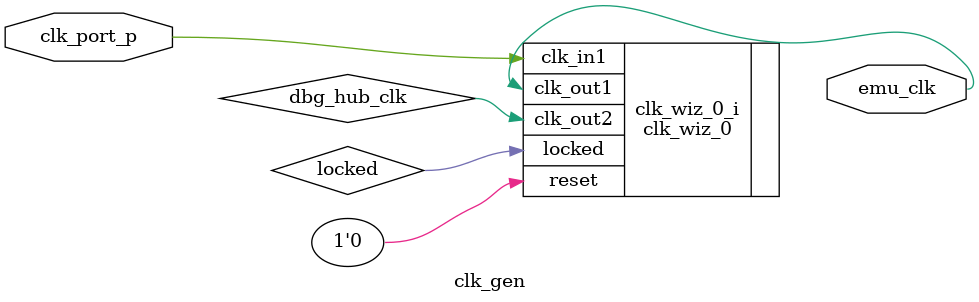
<source format=sv>
`timescale 1ns/1ps

`default_nettype none
module clk_gen(
	input wire logic clk_port_p,
	output wire logic emu_clk
);

`ifdef SIMULATION_MODE_MSDSL
	// emulator clock sequence
	logic emu_clk_state = 1'b0;
	initial begin
		// since the reset signal is initially "1", this delay+posedge will
		// cause the MSDSL blocks to be reset
	    #((0.5*`DT_MSDSL)*1s);
	    emu_clk_state = 1'b1;

	    // clock runs forever
	    forever begin
	        #((0.5*`DT_MSDSL)*1s);
	        emu_clk_state = ~emu_clk_state;
	    end
	end

	// output assignment
	assign emu_clk = emu_clk_state;
`else
	logic dbg_hub_clk, locked;
	clk_wiz_0 clk_wiz_0_i(
		// input clock
		.clk_in1(clk_port_p),
		// output clocks
		.clk_out1(emu_clk),
		.clk_out2(dbg_hub_clk),
		// other signals
		.reset(1'b0),
		.locked(locked)
	);
`endif // `ifdef SIMULATION_MODE_MSDSL

endmodule
`default_nettype wire
</source>
